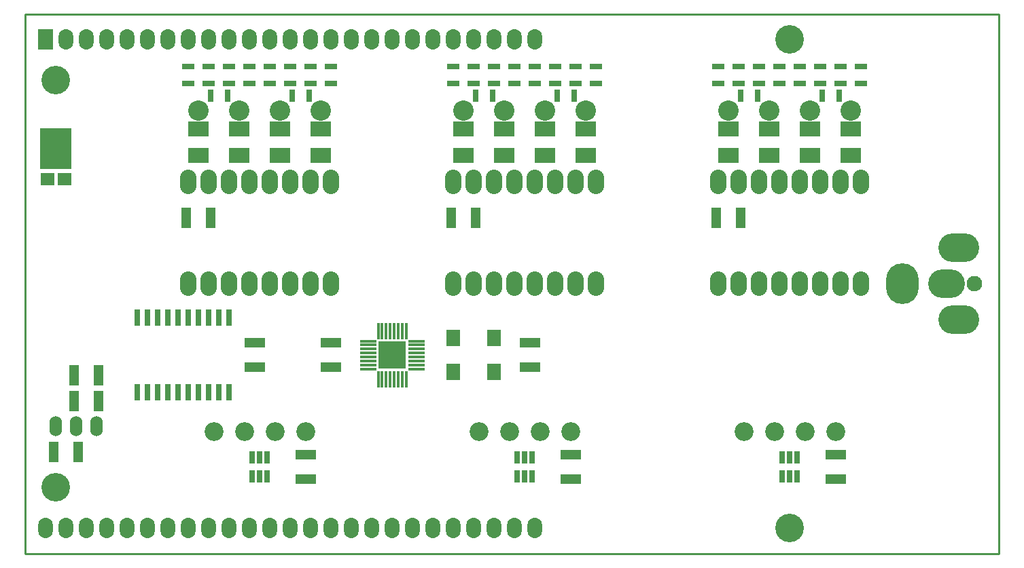
<source format=gbs>
%TF.GenerationSoftware,KiCad,Pcbnew,no-vcs-found-1929727~60~ubuntu16.04.1*%
%TF.CreationDate,2017-10-25T16:34:48-04:00*%
%TF.ProjectId,stepper_controller_5x3,737465707065725F636F6E74726F6C6C,1.1*%
%TF.SameCoordinates,Original*%
%TF.FileFunction,Soldermask,Bot*%
%TF.FilePolarity,Negative*%
%FSLAX46Y46*%
G04 Gerber Fmt 4.6, Leading zero omitted, Abs format (unit mm)*
G04 Created by KiCad (PCBNEW no-vcs-found-1929727~60~ubuntu16.04.1) date Wed Oct 25 16:34:48 2017*
%MOMM*%
%LPD*%
G01*
G04 APERTURE LIST*
%ADD10C,0.228600*%
%ADD11R,2.503200X1.853200*%
%ADD12O,2.032000X3.048000*%
%ADD13O,1.854200X2.540000*%
%ADD14C,3.556000*%
%ADD15R,1.854200X2.540000*%
%ADD16R,2.540000X1.270000*%
%ADD17R,1.270000X2.540000*%
%ADD18R,1.800000X2.000000*%
%ADD19R,4.000000X5.160000*%
%ADD20R,1.800000X1.640000*%
%ADD21C,1.930400*%
%ADD22O,4.572000X3.556000*%
%ADD23O,4.064000X5.080000*%
%ADD24O,5.080000X3.556000*%
%ADD25C,2.540000*%
%ADD26C,2.340000*%
%ADD27R,2.075000X0.325000*%
%ADD28R,0.325000X2.075000*%
%ADD29R,3.475000X3.475000*%
%ADD30R,0.762000X1.534160*%
%ADD31R,1.600200X0.787400*%
%ADD32O,1.524000X2.540000*%
%ADD33R,0.787400X1.600200*%
%ADD34R,0.740000X2.140000*%
G04 APERTURE END LIST*
D10*
X191135000Y-71755000D02*
X69850000Y-71755000D01*
X191135000Y-139065000D02*
X191135000Y-71755000D01*
X69850000Y-139065000D02*
X191135000Y-139065000D01*
X69850000Y-71755000D02*
X69850000Y-139065000D01*
D11*
%TO.C,L1*%
X172720000Y-89407000D03*
X172720000Y-86107000D03*
%TD*%
%TO.C,L2*%
X167640000Y-89407000D03*
X167640000Y-86107000D03*
%TD*%
%TO.C,L3*%
X162560000Y-89407000D03*
X162560000Y-86107000D03*
%TD*%
%TO.C,L4*%
X157480000Y-89407000D03*
X157480000Y-86107000D03*
%TD*%
%TO.C,L5*%
X139700000Y-89407000D03*
X139700000Y-86107000D03*
%TD*%
%TO.C,L6*%
X134620000Y-89407000D03*
X134620000Y-86107000D03*
%TD*%
%TO.C,L7*%
X129540000Y-89407000D03*
X129540000Y-86107000D03*
%TD*%
%TO.C,L8*%
X124460000Y-89407000D03*
X124460000Y-86107000D03*
%TD*%
%TO.C,L9*%
X106680000Y-89407000D03*
X106680000Y-86107000D03*
%TD*%
%TO.C,L10*%
X101600000Y-89407000D03*
X101600000Y-86107000D03*
%TD*%
%TO.C,L11*%
X96520000Y-89407000D03*
X96520000Y-86107000D03*
%TD*%
%TO.C,L12*%
X91440000Y-89407000D03*
X91440000Y-86107000D03*
%TD*%
D12*
%TO.C,SS1*%
X173990000Y-105410000D03*
X171450000Y-105410000D03*
X168910000Y-105410000D03*
X166370000Y-105410000D03*
X163830000Y-105410000D03*
X161290000Y-105410000D03*
X158750000Y-105410000D03*
X156210000Y-105410000D03*
X156210000Y-92710000D03*
X158750000Y-92710000D03*
X161290000Y-92710000D03*
X163830000Y-92710000D03*
X166370000Y-92710000D03*
X168910000Y-92710000D03*
X171450000Y-92710000D03*
X173990000Y-92710000D03*
%TD*%
%TO.C,SS2*%
X140970000Y-105410000D03*
X138430000Y-105410000D03*
X135890000Y-105410000D03*
X133350000Y-105410000D03*
X130810000Y-105410000D03*
X128270000Y-105410000D03*
X125730000Y-105410000D03*
X123190000Y-105410000D03*
X123190000Y-92710000D03*
X125730000Y-92710000D03*
X128270000Y-92710000D03*
X130810000Y-92710000D03*
X133350000Y-92710000D03*
X135890000Y-92710000D03*
X138430000Y-92710000D03*
X140970000Y-92710000D03*
%TD*%
%TO.C,SS3*%
X107950000Y-105410000D03*
X105410000Y-105410000D03*
X102870000Y-105410000D03*
X100330000Y-105410000D03*
X97790000Y-105410000D03*
X95250000Y-105410000D03*
X92710000Y-105410000D03*
X90170000Y-105410000D03*
X90170000Y-92710000D03*
X92710000Y-92710000D03*
X95250000Y-92710000D03*
X97790000Y-92710000D03*
X100330000Y-92710000D03*
X102870000Y-92710000D03*
X105410000Y-92710000D03*
X107950000Y-92710000D03*
%TD*%
D13*
%TO.C,MDB1*%
X133350000Y-74930000D03*
X130810000Y-74930000D03*
X128270000Y-74930000D03*
X125730000Y-74930000D03*
X123190000Y-74930000D03*
X120650000Y-74930000D03*
X118110000Y-74930000D03*
X115570000Y-74930000D03*
X113030000Y-74930000D03*
X133350000Y-135890000D03*
X130810000Y-135890000D03*
X128270000Y-135890000D03*
X125730000Y-135890000D03*
X123190000Y-135890000D03*
X120650000Y-135890000D03*
X118110000Y-135890000D03*
X115570000Y-135890000D03*
X113030000Y-135890000D03*
D14*
X165100000Y-74930000D03*
X165100000Y-135890000D03*
X73660000Y-130810000D03*
X73660000Y-80010000D03*
D13*
X72390000Y-135890000D03*
X74930000Y-135890000D03*
X77470000Y-135890000D03*
X80010000Y-135890000D03*
X82550000Y-135890000D03*
X85090000Y-135890000D03*
X87630000Y-135890000D03*
X90170000Y-135890000D03*
X92710000Y-135890000D03*
X95250000Y-135890000D03*
X97790000Y-135890000D03*
X100330000Y-135890000D03*
X102870000Y-135890000D03*
X105410000Y-135890000D03*
X107950000Y-135890000D03*
X110490000Y-135890000D03*
X110490000Y-74930000D03*
X107950000Y-74930000D03*
X105410000Y-74930000D03*
X102870000Y-74930000D03*
X100330000Y-74930000D03*
X97790000Y-74930000D03*
X95250000Y-74930000D03*
X92710000Y-74930000D03*
X90170000Y-74930000D03*
X87630000Y-74930000D03*
X85090000Y-74930000D03*
X82550000Y-74930000D03*
X80010000Y-74930000D03*
D15*
X72390000Y-74930000D03*
D13*
X77470000Y-74930000D03*
X74930000Y-74930000D03*
%TD*%
D16*
%TO.C,C1*%
X132715000Y-112776000D03*
X132715000Y-115824000D03*
%TD*%
D17*
%TO.C,C2*%
X76454000Y-126365000D03*
X73406000Y-126365000D03*
%TD*%
D16*
%TO.C,C4*%
X107950000Y-112776000D03*
X107950000Y-115824000D03*
%TD*%
%TO.C,C5*%
X98425000Y-112776000D03*
X98425000Y-115824000D03*
%TD*%
D17*
%TO.C,C7*%
X159004000Y-97155000D03*
X155956000Y-97155000D03*
%TD*%
D18*
%TO.C,CLK1*%
X128270000Y-112200000D03*
X123190000Y-112200000D03*
X123190000Y-116400000D03*
X128270000Y-116400000D03*
%TD*%
D19*
%TO.C,D1*%
X73660000Y-88515000D03*
D20*
X72595000Y-92315000D03*
X74725000Y-92315000D03*
%TD*%
D21*
%TO.C,P1*%
X188137800Y-105410000D03*
D22*
X184632600Y-105410000D03*
D23*
X179146200Y-105410000D03*
D24*
X186131200Y-100914200D03*
X186131200Y-109905800D03*
%TD*%
D25*
%TO.C,T1*%
X167640000Y-83820000D03*
X162560000Y-83820000D03*
X157480000Y-83820000D03*
X172720000Y-83820000D03*
%TD*%
D26*
%TO.C,T2*%
X170815000Y-123825000D03*
X159385000Y-123825000D03*
X163195000Y-123825000D03*
X167005000Y-123825000D03*
%TD*%
D25*
%TO.C,T3*%
X139700000Y-83820000D03*
X124460000Y-83820000D03*
X129540000Y-83820000D03*
X134620000Y-83820000D03*
%TD*%
D26*
%TO.C,T4*%
X133985000Y-123825000D03*
X130175000Y-123825000D03*
X126365000Y-123825000D03*
X137795000Y-123825000D03*
%TD*%
D25*
%TO.C,T5*%
X101600000Y-83820000D03*
X96520000Y-83820000D03*
X91440000Y-83820000D03*
X106680000Y-83820000D03*
%TD*%
D26*
%TO.C,T6*%
X100965000Y-123825000D03*
X97155000Y-123825000D03*
X93345000Y-123825000D03*
X104775000Y-123825000D03*
%TD*%
D27*
%TO.C,U1*%
X112570000Y-112550000D03*
X112570000Y-113050000D03*
X112570000Y-113550000D03*
X112570000Y-114050000D03*
X112570000Y-114550000D03*
X112570000Y-115050000D03*
X112570000Y-115550000D03*
X112570000Y-116050000D03*
X118570000Y-116050000D03*
X118570000Y-115550000D03*
X118570000Y-115050000D03*
X118570000Y-114550000D03*
X118570000Y-114050000D03*
X118570000Y-113550000D03*
X118570000Y-113050000D03*
X118570000Y-112550000D03*
D28*
X113820000Y-117300000D03*
X114320000Y-117300000D03*
X114820000Y-117300000D03*
X115320000Y-117300000D03*
X115820000Y-117300000D03*
X116320000Y-117300000D03*
X116820000Y-117300000D03*
X117320000Y-117300000D03*
X117320000Y-111300000D03*
X116820000Y-111300000D03*
X116320000Y-111300000D03*
X115820000Y-111300000D03*
X115320000Y-111300000D03*
X114820000Y-111300000D03*
X114320000Y-111300000D03*
X113820000Y-111300000D03*
D29*
X115570000Y-114300000D03*
%TD*%
D30*
%TO.C,U3*%
X164150040Y-127071120D03*
X165100000Y-127071120D03*
X166049960Y-127071120D03*
X166049960Y-129468880D03*
X165100000Y-129468880D03*
X164150040Y-129468880D03*
%TD*%
%TO.C,U4*%
X131130040Y-127071120D03*
X132080000Y-127071120D03*
X133029960Y-127071120D03*
X133029960Y-129468880D03*
X132080000Y-129468880D03*
X131130040Y-129468880D03*
%TD*%
D17*
%TO.C,C3*%
X75946000Y-120015000D03*
X78994000Y-120015000D03*
%TD*%
D31*
%TO.C,C8*%
X171450000Y-78333600D03*
X171450000Y-80416400D03*
%TD*%
%TO.C,C9*%
X168910000Y-80416400D03*
X168910000Y-78333600D03*
%TD*%
%TO.C,C10*%
X161290000Y-78333600D03*
X161290000Y-80416400D03*
%TD*%
%TO.C,C11*%
X158750000Y-80416400D03*
X158750000Y-78333600D03*
%TD*%
D16*
%TO.C,C12*%
X170815000Y-129794000D03*
X170815000Y-126746000D03*
%TD*%
D17*
%TO.C,C14*%
X122936000Y-97155000D03*
X125984000Y-97155000D03*
%TD*%
D31*
%TO.C,C15*%
X138430000Y-78333600D03*
X138430000Y-80416400D03*
%TD*%
%TO.C,C16*%
X135890000Y-78333600D03*
X135890000Y-80416400D03*
%TD*%
%TO.C,C17*%
X128270000Y-80416400D03*
X128270000Y-78333600D03*
%TD*%
%TO.C,C18*%
X125730000Y-78333600D03*
X125730000Y-80416400D03*
%TD*%
D16*
%TO.C,C19*%
X137795000Y-126746000D03*
X137795000Y-129794000D03*
%TD*%
D17*
%TO.C,C21*%
X89916000Y-97155000D03*
X92964000Y-97155000D03*
%TD*%
D31*
%TO.C,C22*%
X105410000Y-80416400D03*
X105410000Y-78333600D03*
%TD*%
%TO.C,C23*%
X102870000Y-78333600D03*
X102870000Y-80416400D03*
%TD*%
%TO.C,C24*%
X95250000Y-80416400D03*
X95250000Y-78333600D03*
%TD*%
%TO.C,C25*%
X92710000Y-78333600D03*
X92710000Y-80416400D03*
%TD*%
D16*
%TO.C,C26*%
X104775000Y-126746000D03*
X104775000Y-129794000D03*
%TD*%
D17*
%TO.C,R1*%
X78994000Y-116840000D03*
X75946000Y-116840000D03*
%TD*%
D32*
%TO.C,REG1*%
X76200000Y-123190000D03*
X78740000Y-123190000D03*
X73660000Y-123190000D03*
%TD*%
D33*
%TO.C,RV1*%
X171221400Y-81915000D03*
X169138600Y-81915000D03*
%TD*%
%TO.C,RV2*%
X158978600Y-81915000D03*
X161061400Y-81915000D03*
%TD*%
D31*
%TO.C,RV3*%
X173990000Y-80416400D03*
X173990000Y-78333600D03*
%TD*%
%TO.C,RV4*%
X166370000Y-78333600D03*
X166370000Y-80416400D03*
%TD*%
%TO.C,RV5*%
X163830000Y-80416400D03*
X163830000Y-78333600D03*
%TD*%
%TO.C,RV6*%
X156210000Y-78333600D03*
X156210000Y-80416400D03*
%TD*%
D33*
%TO.C,RV7*%
X138201400Y-81915000D03*
X136118600Y-81915000D03*
%TD*%
%TO.C,RV8*%
X128041400Y-81915000D03*
X125958600Y-81915000D03*
%TD*%
D31*
%TO.C,RV9*%
X140970000Y-80416400D03*
X140970000Y-78333600D03*
%TD*%
%TO.C,RV10*%
X133350000Y-78333600D03*
X133350000Y-80416400D03*
%TD*%
%TO.C,RV11*%
X130810000Y-80416400D03*
X130810000Y-78333600D03*
%TD*%
%TO.C,RV12*%
X123190000Y-78333600D03*
X123190000Y-80416400D03*
%TD*%
D33*
%TO.C,RV13*%
X105181400Y-81915000D03*
X103098600Y-81915000D03*
%TD*%
%TO.C,RV14*%
X92938600Y-81915000D03*
X95021400Y-81915000D03*
%TD*%
D31*
%TO.C,RV15*%
X107950000Y-80416400D03*
X107950000Y-78333600D03*
%TD*%
%TO.C,RV16*%
X100330000Y-78333600D03*
X100330000Y-80416400D03*
%TD*%
%TO.C,RV17*%
X97790000Y-80416400D03*
X97790000Y-78333600D03*
%TD*%
%TO.C,RV18*%
X90170000Y-78333600D03*
X90170000Y-80416400D03*
%TD*%
D34*
%TO.C,U2*%
X95250000Y-109650000D03*
X93980000Y-109650000D03*
X92710000Y-109650000D03*
X91440000Y-109650000D03*
X90170000Y-109650000D03*
X88900000Y-109650000D03*
X87630000Y-109650000D03*
X86360000Y-109650000D03*
X85090000Y-109650000D03*
X83820000Y-109650000D03*
X83820000Y-118950000D03*
X85090000Y-118950000D03*
X86360000Y-118950000D03*
X87630000Y-118950000D03*
X88900000Y-118950000D03*
X90170000Y-118950000D03*
X91440000Y-118950000D03*
X92710000Y-118950000D03*
X93980000Y-118950000D03*
X95250000Y-118950000D03*
%TD*%
D30*
%TO.C,U5*%
X98110040Y-127071120D03*
X99060000Y-127071120D03*
X100009960Y-127071120D03*
X100009960Y-129468880D03*
X99060000Y-129468880D03*
X98110040Y-129468880D03*
%TD*%
M02*

</source>
